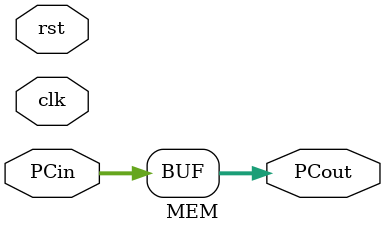
<source format=v>
module MEM (clk, rst, PCin, PCout);
input clk;
input rst;
input [31:0] PCin;
output [31:0] PCout;

	assign PCout = PCin;

endmodule

</source>
